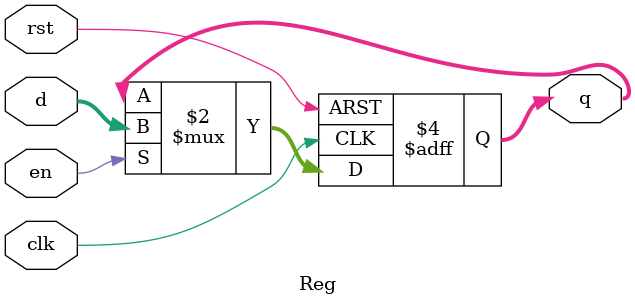
<source format=v>
module Reg #(parameter WIDTH = 32) (clk, rst, d, en, q);
input clk;
input rst;
input [WIDTH-1:0] d;
input en;
output reg [WIDTH-1:0] q;

	always @(posedge clk or posedge rst) begin
		if (rst)
			q <= {WIDTH{1'b0}};
		else if(en)
			q <= d;
	end

endmodule

</source>
